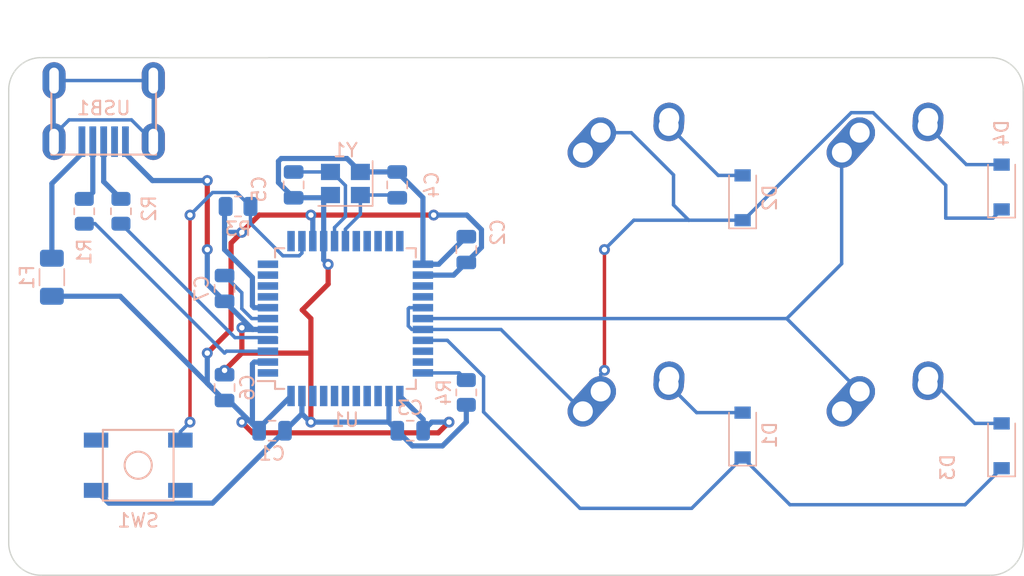
<source format=kicad_pcb>
(kicad_pcb (version 20211014) (generator pcbnew)
  (layers (0 "F.Cu" signal) (31 "B.Cu" signal) (34 "B.Paste" user) (35 "F.Paste" user) (36 "B.SilkS" user "B.Silkscreen") (37 "F.SilkS" user "F.Silkscreen") (38 "B.Mask" user) (39 "F.Mask" user) (44 "Edge.Cuts" user))
  (net 0 "")
  (net 1 "+5V")
  (net 2 "GND")
  (net 3 "Net-(C4-Pad2)")
  (net 4 "Net-(C5-Pad1)")
  (net 5 "Net-(C7-Pad1)")
  (net 6 "COL0")
  (net 7 "ROW1")
  (net 8 "VCC")
  (net 9 "COL1")
  (net 10 "Net-(R1-Pad1)")
  (net 11 "D-")
  (net 12 "Net-(R2-Pad1)")
  (net 13 "D+")
  (net 14 "Net-(R3-Pad2)")
  (net 15 "Net-(R4-Pad1)")
  (net 39 "unconnected-(USB1-Pad6)")
  (net 40 "Net-(D1-Pad2)")
  (net 41 "Net-(D2-Pad2)")
  (net 42 "Net-(D3-Pad2)")
  (net 43 "Net-(D4-Pad2)")
  (footprint "MX_Alps_Hybrid:MX-1U-NoLED" (layer "F.Cu") (at 112.7125 107.15625)
    (fp_text reference "MX4")
    (fp_text value "MX-NoLED")
    (pad "" np_thru_hole circle locked (at -5.08 0 48.0996) (size 1.75 1.75) (drill 1.75) (layers *.Cu *.Mask))
    (pad "" np_thru_hole circle locked (at 5.08 0 48.0996) (size 1.75 1.75) (drill 1.75) (layers *.Cu *.Mask))
    (pad "" np_thru_hole circle locked (at 0 0) (size 3.9878 3.9878) (drill 3.9878) (layers *.Cu *.Mask))
    (pad "1" thru_hole oval locked (at -3.81 -2.54 48.0996) (size 4.211556 2.25) (drill 1.47 (offset 0.980778 0)) (layers *.Cu "B.Mask") (net 9 "COL1"))
    (pad "1" thru_hole circle locked (at -2.5 -4) (size 2.25 2.25) (drill 1.47) (layers *.Cu "B.Mask") (net 9 "COL1"))
    (pad "2" thru_hole circle locked (at 2.54 -5.08) (size 2.25 2.25) (drill 1.47) (layers *.Cu "B.Mask") (net 43 "Net-(D4-Pad2)"))
    (pad "2" thru_hole oval locked (at 2.5 -4.5 86.0548) (size 2.831378 2.25) (drill 1.47 (offset 0.290689 0)) (layers *.Cu "B.Mask") (net 43 "Net-(D4-Pad2)"))
  )
  (footprint "MX_Alps_Hybrid:MX-1U-NoLED" (layer "F.Cu") (at 93.6625 107.15625)
    (fp_text reference "MX2")
    (fp_text value "MX-NoLED")
    (pad "" np_thru_hole circle locked (at -5.08 0 48.0996) (size 1.75 1.75) (drill 1.75) (layers *.Cu *.Mask))
    (pad "" np_thru_hole circle locked (at 5.08 0 48.0996) (size 1.75 1.75) (drill 1.75) (layers *.Cu *.Mask))
    (pad "" np_thru_hole circle locked (at 0 0) (size 3.9878 3.9878) (drill 3.9878) (layers *.Cu *.Mask))
    (pad "1" thru_hole circle locked (at -2.5 -4) (size 2.25 2.25) (drill 1.47) (layers *.Cu "B.Mask") (net 6 "COL0"))
    (pad "1" thru_hole oval locked (at -3.81 -2.54 48.0996) (size 4.211556 2.25) (drill 1.47 (offset 0.980778 0)) (layers *.Cu "B.Mask") (net 6 "COL0"))
    (pad "2" thru_hole oval locked (at 2.5 -4.5 86.0548) (size 2.831378 2.25) (drill 1.47 (offset 0.290689 0)) (layers *.Cu "B.Mask") (net 41 "Net-(D2-Pad2)"))
    (pad "2" thru_hole circle locked (at 2.54 -5.08) (size 2.25 2.25) (drill 1.47) (layers *.Cu "B.Mask") (net 41 "Net-(D2-Pad2)"))
  )
  (footprint "MX_Alps_Hybrid:MX-1U-NoLED" (layer "F.Cu") (at 93.6625 126.20625)
    (fp_text reference "MX1")
    (fp_text value "MX-NoLED")
    (pad "" np_thru_hole circle locked (at 5.08 0 48.0996) (size 1.75 1.75) (drill 1.75) (layers *.Cu *.Mask))
    (pad "" np_thru_hole circle locked (at -5.08 0 48.0996) (size 1.75 1.75) (drill 1.75) (layers *.Cu *.Mask))
    (pad "" np_thru_hole circle locked (at 0 0) (size 3.9878 3.9878) (drill 3.9878) (layers *.Cu *.Mask))
    (pad "1" thru_hole circle locked (at -2.5 -4) (size 2.25 2.25) (drill 1.47) (layers *.Cu "B.Mask") (net 6 "COL0"))
    (pad "1" thru_hole oval locked (at -3.81 -2.54 48.0996) (size 4.211556 2.25) (drill 1.47 (offset 0.980778 0)) (layers *.Cu "B.Mask") (net 6 "COL0"))
    (pad "2" thru_hole circle locked (at 2.54 -5.08) (size 2.25 2.25) (drill 1.47) (layers *.Cu "B.Mask") (net 40 "Net-(D1-Pad2)"))
    (pad "2" thru_hole oval locked (at 2.5 -4.5 86.0548) (size 2.831378 2.25) (drill 1.47 (offset 0.290689 0)) (layers *.Cu "B.Mask") (net 40 "Net-(D1-Pad2)"))
  )
  (footprint "MX_Alps_Hybrid:MX-1U-NoLED" (layer "F.Cu") (at 112.7125 126.20625)
    (fp_text reference "MX3")
    (fp_text value "MX-NoLED")
    (pad "" np_thru_hole circle locked (at 5.08 0 48.0996) (size 1.75 1.75) (drill 1.75) (layers *.Cu *.Mask))
    (pad "" np_thru_hole circle locked (at -5.08 0 48.0996) (size 1.75 1.75) (drill 1.75) (layers *.Cu *.Mask))
    (pad "" np_thru_hole circle locked (at 0 0) (size 3.9878 3.9878) (drill 3.9878) (layers *.Cu *.Mask))
    (pad "1" thru_hole circle locked (at -2.5 -4) (size 2.25 2.25) (drill 1.47) (layers *.Cu "B.Mask") (net 9 "COL1"))
    (pad "1" thru_hole oval locked (at -3.81 -2.54 48.0996) (size 4.211556 2.25) (drill 1.47 (offset 0.980778 0)) (layers *.Cu "B.Mask") (net 9 "COL1"))
    (pad "2" thru_hole oval locked (at 2.5 -4.5 86.0548) (size 2.831378 2.25) (drill 1.47 (offset 0.290689 0)) (layers *.Cu "B.Mask") (net 42 "Net-(D3-Pad2)"))
    (pad "2" thru_hole circle locked (at 2.54 -5.08) (size 2.25 2.25) (drill 1.47) (layers *.Cu "B.Mask") (net 42 "Net-(D3-Pad2)"))
  )
  (footprint "Capacitor_SMD:C_0805_2012Metric" (layer "B.Cu") (at 76.2 107 -90)
    (fp_text reference "C4" (at 0 -2.54 90) (layer "B.SilkS") (effects (justify mirror)))
    (fp_text value "22pF")
    (fp_line (start -0.261252 0.735) (end 0.261252 0.735) (layer "B.SilkS") (width 0.12))
    (fp_line (start -0.261252 -0.735) (end 0.261252 -0.735) (layer "B.SilkS") (width 0.12))
    (pad "1" smd roundrect (at -0.95 0 270) (size 1 1.45) (layers "B.Cu" "B.Paste" "B.Mask") (net 2 "GND"))
    (pad "2" smd roundrect (at 0.95 0 270) (size 1 1.45) (layers "B.Cu" "B.Paste" "B.Mask") (net 3 "Net-(C4-Pad2)"))
  )
  (footprint "Fuse:Fuse_1206_3216Metric" (layer "B.Cu") (at 50.8 113.795 -90)
    (fp_text reference "F1" (at 0 1.82 90) (layer "B.SilkS") (effects (justify mirror)))
    (fp_text value "500mA")
    (fp_line (start -0.602064 0.91) (end 0.602064 0.91) (layer "B.SilkS") (width 0.12))
    (fp_line (start -0.602064 -0.91) (end 0.602064 -0.91) (layer "B.SilkS") (width 0.12))
    (pad "1" smd roundrect (at -1.4 0 270) (size 1.25 1.75) (layers "B.Cu" "B.Paste" "B.Mask") (roundrect_rratio 0.2) (net 8 "VCC"))
    (pad "2" smd roundrect (at 1.4 0 270) (size 1.25 1.75) (layers "B.Cu" "B.Paste" "B.Mask") (roundrect_rratio 0.2) (net 1 "+5V"))
  )
  (footprint "Resistor_SMD:R_0805_2012Metric" (layer "B.Cu") (at 53.18125 108.9425 90)
    (fp_text reference "R1" (at -2.97625 0 90) (layer "B.SilkS") (effects (justify mirror)))
    (fp_text value "22")
    (fp_line (start -0.227064 0.735) (end 0.227064 0.735) (layer "B.SilkS") (width 0.12))
    (fp_line (start -0.227064 -0.735) (end 0.227064 -0.735) (layer "B.SilkS") (width 0.12))
    (pad "1" smd roundrect (at -0.9125 0 90) (size 1.025 1.4) (layers "B.Cu" "B.Paste" "B.Mask") (roundrect_rratio 0.243902) (net 10 "Net-(R1-Pad1)"))
    (pad "2" smd roundrect (at 0.9125 0 90) (size 1.025 1.4) (layers "B.Cu" "B.Paste" "B.Mask") (roundrect_rratio 0.243902) (net 11 "D-"))
  )
  (footprint "Resistor_SMD:R_0805_2012Metric" (layer "B.Cu") (at 55.88 108.9425 90)
    (fp_text reference "R2" (at 0.19875 2.06375 90) (layer "B.SilkS") (effects (justify mirror)))
    (fp_text value "22")
    (fp_line (start -0.227064 0.735) (end 0.227064 0.735) (layer "B.SilkS") (width 0.12))
    (fp_line (start -0.227064 -0.735) (end 0.227064 -0.735) (layer "B.SilkS") (width 0.12))
    (pad "1" smd roundrect (at -0.9125 0 90) (size 1.025 1.4) (layers "B.Cu" "B.Paste" "B.Mask") (roundrect_rratio 0.243902) (net 12 "Net-(R2-Pad1)"))
    (pad "2" smd roundrect (at 0.9125 0 90) (size 1.025 1.4) (layers "B.Cu" "B.Paste" "B.Mask") (roundrect_rratio 0.243902) (net 13 "D+"))
  )
  (footprint "Diode_SMD:D_SOD-123" (layer "B.Cu") (at 101.6 125.4125 90)
    (fp_text reference "D1" (at 0 2 90) (layer "B.SilkS") (effects (justify mirror)))
    (fp_text value "SOD-123")
    (fp_line (start -2.25 1) (end -2.25 -1) (layer "B.SilkS") (width 0.12))
    (fp_line (start -2.25 -1) (end 1.65 -1) (layer "B.SilkS") (width 0.12))
    (fp_line (start -2.25 1) (end 1.65 1) (layer "B.SilkS") (width 0.12))
    (pad "1" smd rect (at -1.65 0 90) (size 0.9 1.2) (layers "B.Cu" "B.Paste" "B.Mask") (net 7 "ROW1"))
    (pad "2" smd rect (at 1.65 0 90) (size 0.9 1.2) (layers "B.Cu" "B.Paste" "B.Mask") (net 40 "Net-(D1-Pad2)"))
  )
  (footprint "Resistor_SMD:R_0805_2012Metric" (layer "B.Cu") (at 81.28 122.2775 -90)
    (fp_text reference "R4" (at 0 1.65 90) (layer "B.SilkS") (effects (justify mirror)))
    (fp_text value "10k")
    (fp_line (start -0.227064 -0.735) (end 0.227064 -0.735) (layer "B.SilkS") (width 0.12))
    (fp_line (start -0.227064 0.735) (end 0.227064 0.735) (layer "B.SilkS") (width 0.12))
    (pad "1" smd roundrect (at -0.9125 0 270) (size 1.025 1.4) (layers "B.Cu" "B.Paste" "B.Mask") (roundrect_rratio 0.243902) (net 15 "Net-(R4-Pad1)"))
    (pad "2" smd roundrect (at 0.9125 0 270) (size 1.025 1.4) (layers "B.Cu" "B.Paste" "B.Mask") (roundrect_rratio 0.243902) (net 2 "GND"))
  )
  (footprint "Diode_SMD:D_SOD-123" (layer "B.Cu") (at 120.65 107.15625 90)
    (fp_text reference "D4" (at 3.96875 0 90) (layer "B.SilkS") (effects (justify mirror)))
    (fp_text value "SOD-123")
    (fp_line (start -2.25 1) (end 1.65 1) (layer "B.SilkS") (width 0.12))
    (fp_line (start -2.25 -1) (end 1.65 -1) (layer "B.SilkS") (width 0.12))
    (fp_line (start -2.25 1) (end -2.25 -1) (layer "B.SilkS") (width 0.12))
    (pad "1" smd rect (at -1.65 0 90) (size 0.9 1.2) (layers "B.Cu" "B.Paste" "B.Mask") (net 6 "COL0"))
    (pad "2" smd rect (at 1.65 0 90) (size 0.9 1.2) (layers "B.Cu" "B.Paste" "B.Mask") (net 43 "Net-(D4-Pad2)"))
  )
  (footprint "random-keyboard-parts:SKQG-1155865" (layer "B.Cu") (at 57.15 127.635 180)
    (fp_text reference "SW1" (at 0 -4.064) (layer "B.SilkS") (effects (justify mirror)))
    (fp_text value "SW_Push")
    (fp_line (start 2.6 -2.6) (end -2.6 -2.6) (layer "B.SilkS") (width 0.15))
    (fp_line (start -2.6 -2.6) (end -2.6 2.6) (layer "B.SilkS") (width 0.15))
    (fp_line (start 2.6 2.6) (end 2.6 -2.6) (layer "B.SilkS") (width 0.15))
    (fp_line (start -2.6 2.6) (end 2.6 2.6) (layer "B.SilkS") (width 0.15))
    (fp_circle (center 0 0) (end 1 0) (layer "B.SilkS") (width 0.15) (fill none))
    (pad "1" smd rect locked (at 3.1 -1.85 180) (size 1.8 1.1) (layers "B.Cu" "B.Paste" "B.Mask") (net 2 "GND"))
    (pad "2" smd rect locked (at -3.1 1.85 180) (size 1.8 1.1) (layers "B.Cu" "B.Paste" "B.Mask") (net 14 "Net-(R3-Pad2)"))
    (pad "3" smd rect locked (at 3.1 1.85 180) (size 1.8 1.1) (layers "B.Cu" "B.Paste" "B.Mask"))
    (pad "4" smd rect locked (at -3.1 -1.85 180) (size 1.8 1.1) (layers "B.Cu" "B.Paste" "B.Mask"))
  )
  (footprint "Diode_SMD:D_SOD-123" (layer "B.Cu") (at 101.6 107.95 90)
    (fp_text reference "D2" (at 0 2 90) (layer "B.SilkS") (effects (justify mirror)))
    (fp_text value "SOD-123")
    (fp_line (start -2.25 1) (end 1.65 1) (layer "B.SilkS") (width 0.12))
    (fp_line (start -2.25 1) (end -2.25 -1) (layer "B.SilkS") (width 0.12))
    (fp_line (start -2.25 -1) (end 1.65 -1) (layer "B.SilkS") (width 0.12))
    (pad "1" smd rect (at -1.65 0 90) (size 0.9 1.2) (layers "B.Cu" "B.Paste" "B.Mask") (net 6 "COL0"))
    (pad "2" smd rect (at 1.65 0 90) (size 0.9 1.2) (layers "B.Cu" "B.Paste" "B.Mask") (net 41 "Net-(D2-Pad2)"))
  )
  (footprint "Capacitor_SMD:C_0805_2012Metric" (layer "B.Cu") (at 81.28 111.76 90)
    (fp_text reference "C2" (at 1.27 2.315 90) (layer "B.SilkS") (effects (justify mirror)))
    (fp_text value ".01uF")
    (fp_line (start -0.261252 -0.735) (end 0.261252 -0.735) (layer "B.SilkS") (width 0.12))
    (fp_line (start -0.261252 0.735) (end 0.261252 0.735) (layer "B.SilkS") (width 0.12))
    (pad "1" smd roundrect (at -0.95 0 90) (size 1 1.45) (layers "B.Cu" "B.Paste" "B.Mask") (net 1 "+5V"))
    (pad "2" smd roundrect (at 0.95 0 90) (size 1 1.45) (layers "B.Cu" "B.Paste" "B.Mask") (net 2 "GND"))
  )
  (footprint "Capacitor_SMD:C_0805_2012Metric" (layer "B.Cu") (at 66.995 125.095)
    (fp_text reference "C1" (at 0 1.68) (layer "B.SilkS") (effects (justify mirror)))
    (fp_text value ".01uF")
    (fp_line (start -0.261252 0.735) (end 0.261252 0.735) (layer "B.SilkS") (width 0.12))
    (fp_line (start -0.261252 -0.735) (end 0.261252 -0.735) (layer "B.SilkS") (width 0.12))
    (pad "1" smd roundrect (at -0.95 0) (size 1 1.45) (layers "B.Cu" "B.Paste" "B.Mask") (net 1 "+5V"))
    (pad "2" smd roundrect (at 0.95 0) (size 1 1.45) (layers "B.Cu" "B.Paste" "B.Mask") (net 2 "GND"))
  )
  (footprint "random-keyboard-parts:Molex-0548190589" (layer "B.Cu") (at 54.61 99.3175 -90)
    (fp_text reference "USB1" (at 2.032 0) (layer "B.SilkS") (effects (justify mirror)))
    (fp_text value "Molex-0548190589")
    (fp_line (start 5.45 3.85) (end 5.45 -3.85) (layer "B.SilkS") (width 0.15))
    (fp_line (start 0 -3.85) (end 5.45 -3.85) (layer "B.SilkS") (width 0.15))
    (fp_line (start 0 3.85) (end 5.45 3.85) (layer "B.SilkS") (width 0.15))
    (pad "1" smd rect locked (at 4.5 -1.6 270) (size 2.25 0.5) (layers "B.Cu" "B.Paste" "B.Mask") (net 2 "GND"))
    (pad "2" smd rect locked (at 4.5 -0.8 270) (size 2.25 0.5) (layers "B.Cu" "B.Paste" "B.Mask"))
    (pad "3" smd rect locked (at 4.5 0 270) (size 2.25 0.5) (layers "B.Cu" "B.Paste" "B.Mask") (net 13 "D+"))
    (pad "4" smd rect locked (at 4.5 0.8 270) (size 2.25 0.5) (layers "B.Cu" "B.Paste" "B.Mask") (net 11 "D-"))
    (pad "5" smd rect locked (at 4.5 1.6 270) (size 2.25 0.5) (layers "B.Cu" "B.Paste" "B.Mask") (net 8 "VCC"))
    (pad "6" thru_hole oval locked (at 0 3.65 270) (size 2.7 1.7) (drill oval 1.9 0.7) (layers *.Cu *.Mask) (net 39 "unconnected-(USB1-Pad6)"))
    (pad "6" thru_hole oval locked (at 4.5 -3.65 270) (size 2.7 1.7) (drill oval 1.9 0.7) (layers *.Cu *.Mask) (net 39 "unconnected-(USB1-Pad6)"))
    (pad "6" thru_hole oval locked (at 0 -3.65 270) (size 2.7 1.7) (drill oval 1.9 0.7) (layers *.Cu *.Mask) (net 39 "unconnected-(USB1-Pad6)"))
    (pad "6" thru_hole oval locked (at 4.5 3.65 270) (size 2.7 1.7) (drill oval 1.9 0.7) (layers *.Cu *.Mask) (net 39 "unconnected-(USB1-Pad6)"))
  )
  (footprint "Capacitor_SMD:C_0805_2012Metric" (layer "B.Cu") (at 63.5 121.92 90)
    (fp_text reference "C6" (at 0 1.68 90) (layer "B.SilkS") (effects (justify mirror)))
    (fp_text value "10uF")
    (fp_line (start -0.261252 0.735) (end 0.261252 0.735) (layer "B.SilkS") (width 0.12))
    (fp_line (start -0.261252 -0.735) (end 0.261252 -0.735) (layer "B.SilkS") (width 0.12))
    (pad "1" smd roundrect (at -0.95 0 90) (size 1 1.45) (layers "B.Cu" "B.Paste" "B.Mask") (net 1 "+5V"))
    (pad "2" smd roundrect (at 0.95 0 90) (size 1 1.45) (layers "B.Cu" "B.Paste" "B.Mask") (net 2 "GND"))
  )
  (footprint "Capacitor_SMD:C_0805_2012Metric" (layer "B.Cu") (at 68.58 107 -90)
    (fp_text reference "C5" (at 0.315 2.54 90) (layer "B.SilkS") (effects (justify mirror)))
    (fp_text value "22pF")
    (fp_line (start -0.261252 0.735) (end 0.261252 0.735) (layer "B.SilkS") (width 0.12))
    (fp_line (start -0.261252 -0.735) (end 0.261252 -0.735) (layer "B.SilkS") (width 0.12))
    (pad "1" smd roundrect (at -0.95 0 270) (size 1 1.45) (layers "B.Cu" "B.Paste" "B.Mask") (net 4 "Net-(C5-Pad1)"))
    (pad "2" smd roundrect (at 0.95 0 270) (size 1 1.45) (layers "B.Cu" "B.Paste" "B.Mask") (net 2 "GND"))
  )
  (footprint "Diode_SMD:D_SOD-123" (layer "B.Cu") (at 120.65 126.20625 90)
    (fp_text reference "D3" (at -1.5875 -3.96875 90) (layer "B.SilkS") (effects (justify mirror)))
    (fp_text value "SOD-123")
    (fp_line (start -2.25 1) (end -2.25 -1) (layer "B.SilkS") (width 0.12))
    (fp_line (start -2.25 -1) (end 1.65 -1) (layer "B.SilkS") (width 0.12))
    (fp_line (start -2.25 1) (end 1.65 1) (layer "B.SilkS") (width 0.12))
    (pad "1" smd rect (at -1.65 0 90) (size 0.9 1.2) (layers "B.Cu" "B.Paste" "B.Mask") (net 7 "ROW1"))
    (pad "2" smd rect (at 1.65 0 90) (size 0.9 1.2) (layers "B.Cu" "B.Paste" "B.Mask") (net 42 "Net-(D3-Pad2)"))
  )
  (footprint "Crystal:Crystal_SMD_3225-4Pin_3.2x2.5mm" (layer "B.Cu") (at 72.39 106.895 180)
    (fp_text reference "Y1" (at 0 2.45) (layer "B.SilkS") (effects (justify mirror)))
    (fp_text value "16MHz")
    (fp_line (start -2 -1.65) (end 2 -1.65) (layer "B.SilkS") (width 0.12))
    (fp_line (start -2 1.65) (end -2 -1.65) (layer "B.SilkS") (width 0.12))
    (pad "1" smd rect (at -1.1 -0.85 180) (size 1.4 1.2) (layers "B.Cu" "B.Paste" "B.Mask") (net 3 "Net-(C4-Pad2)"))
    (pad "2" smd rect (at 1.1 -0.85 180) (size 1.4 1.2) (layers "B.Cu" "B.Paste" "B.Mask") (net 2 "GND"))
    (pad "3" smd rect (at 1.1 0.85 180) (size 1.4 1.2) (layers "B.Cu" "B.Paste" "B.Mask") (net 4 "Net-(C5-Pad1)"))
    (pad "4" smd rect (at -1.1 0.85 180) (size 1.4 1.2) (layers "B.Cu" "B.Paste" "B.Mask") (net 2 "GND"))
  )
  (footprint "Capacitor_SMD:C_0805_2012Metric" (layer "B.Cu") (at 77.155 125.095 180)
    (fp_text reference "C3" (at 0 1.68) (layer "B.SilkS") (effects (justify mirror)))
    (fp_text value ".01uF")
    (fp_line (start -0.261252 -0.735) (end 0.261252 -0.735) (layer "B.SilkS") (width 0.12))
    (fp_line (start -0.261252 0.735) (end 0.261252 0.735) (layer "B.SilkS") (width 0.12))
    (pad "1" smd roundrect (at -0.95 0 180) (size 1 1.45) (layers "B.Cu" "B.Paste" "B.Mask") (net 1 "+5V"))
    (pad "2" smd roundrect (at 0.95 0 180) (size 1 1.45) (layers "B.Cu" "B.Paste" "B.Mask") (net 2 "GND"))
  )
  (footprint "Resistor_SMD:R_0805_2012Metric" (layer "B.Cu") (at 64.4925 108.585)
    (fp_text reference "R3" (at 0 1.65) (layer "B.SilkS") (effects (justify mirror)))
    (fp_text value "10k")
    (fp_line (start -0.227064 0.735) (end 0.227064 0.735) (layer "B.SilkS") (width 0.12))
    (fp_line (start -0.227064 -0.735) (end 0.227064 -0.735) (layer "B.SilkS") (width 0.12))
    (pad "1" smd roundrect (at -0.9125 0) (size 1.025 1.4) (layers "B.Cu" "B.Paste" "B.Mask") (roundrect_rratio 0.243902) (net 1 "+5V"))
    (pad "2" smd roundrect (at 0.9125 0) (size 1.025 1.4) (layers "B.Cu" "B.Paste" "B.Mask") (roundrect_rratio 0.243902) (net 14 "Net-(R3-Pad2)"))
  )
  (footprint "Capacitor_SMD:C_0805_2012Metric" (layer "B.Cu") (at 63.5 114.62 -90)
    (fp_text reference "C7" (at 0 1.68 90) (layer "B.SilkS") (effects (justify mirror)))
    (fp_text value "1uF")
    (fp_line (start -0.261252 0.735) (end 0.261252 0.735) (layer "B.SilkS") (width 0.12))
    (fp_line (start -0.261252 -0.735) (end 0.261252 -0.735) (layer "B.SilkS") (width 0.12))
    (pad "1" smd roundrect (at -0.95 0 270) (size 1 1.45) (layers "B.Cu" "B.Paste" "B.Mask") (net 5 "Net-(C7-Pad1)"))
    (pad "2" smd roundrect (at 0.95 0 270) (size 1 1.45) (layers "B.Cu" "B.Paste" "B.Mask") (net 2 "GND"))
  )
  (footprint "Package_QFP:TQFP-44_10x10mm_P0.8mm" (layer "B.Cu") (at 72.39 116.84)
    (fp_text reference "U1" (at 0 7.45) (layer "B.SilkS") (effects (justify mirror)))
    (fp_text value "ATmega32U4-A")
    (fp_line (start 5.175 -5.175) (end 4.5 -5.175) (layer "B.SilkS") (width 0.15))
    (fp_line (start -5.175 5.175) (end -4.5 5.175) (layer "B.SilkS") (width 0.15))
    (fp_line (start -5.175 -5.175) (end -5.175 -4.5) (layer "B.SilkS") (width 0.15))
    (fp_line (start 5.175 -5.175) (end 5.175 -4.5) (layer "B.SilkS") (width 0.15))
    (fp_line (start 5.175 5.175) (end 4.5 5.175) (layer "B.SilkS") (width 0.15))
    (fp_line (start 5.175 5.175) (end 5.175 4.5) (layer "B.SilkS") (width 0.15))
    (fp_line (start -5.175 -5.175) (end -4.5 -5.175) (layer "B.SilkS") (width 0.15))
    (fp_line (start -5.175 5.175) (end -5.175 4.6) (layer "B.SilkS") (width 0.15))
    (fp_line (start -5.175 4.6) (end -6.45 4.6) (layer "B.SilkS") (width 0.15))
    (pad "1" smd rect (at -5.7 4) (size 1.5 0.55) (layers "B.Cu" "B.Paste" "B.Mask"))
    (pad "2" smd rect (at -5.7 3.2) (size 1.5 0.55) (layers "B.Cu" "B.Paste" "B.Mask") (net 1 "+5V"))
    (pad "3" smd rect (at -5.7 2.4) (size 1.5 0.55) (layers "B.Cu" "B.Paste" "B.Mask") (net 10 "Net-(R1-Pad1)"))
    (pad "4" smd rect (at -5.7 1.6) (size 1.5 0.55) (layers "B.Cu" "B.Paste" "B.Mask") (net 12 "Net-(R2-Pad1)"))
    (pad "5" smd rect (at -5.7 0.8) (size 1.5 0.55) (layers "B.Cu" "B.Paste" "B.Mask") (net 2 "GND"))
    (pad "6" smd rect (at -5.7 0) (size 1.5 0.55) (layers "B.Cu" "B.Paste" "B.Mask") (net 5 "Net-(C7-Pad1)"))
    (pad "7" smd rect (at -5.7 -0.8) (size 1.5 0.55) (layers "B.Cu" "B.Paste" "B.Mask") (net 1 "+5V"))
    (pad "8" smd rect (at -5.7 -1.6) (size 1.5 0.55) (layers "B.Cu" "B.Paste" "B.Mask"))
    (pad "9" smd rect (at -5.7 -2.4) (size 1.5 0.55) (layers "B.Cu" "B.Paste" "B.Mask"))
    (pad "10" smd rect (at -5.7 -3.2) (size 1.5 0.55) (layers "B.Cu" "B.Paste" "B.Mask"))
    (pad "11" smd rect (at -5.7 -4) (size 1.5 0.55) (layers "B.Cu" "B.Paste" "B.Mask"))
    (pad "12" smd rect (at -4 -5.7 270) (size 1.5 0.55) (layers "B.Cu" "B.Paste" "B.Mask"))
    (pad "13" smd rect (at -3.2 -5.7 270) (size 1.5 0.55) (layers "B.Cu" "B.Paste" "B.Mask") (net 14 "Net-(R3-Pad2)"))
    (pad "14" smd rect (at -2.4 -5.7 270) (size 1.5 0.55) (layers "B.Cu" "B.Paste" "B.Mask") (net 1 "+5V"))
    (pad "15" smd rect (at -1.6 -5.7 270) (size 1.5 0.55) (layers "B.Cu" "B.Paste" "B.Mask") (net 2 "GND"))
    (pad "16" smd rect (at -0.8 -5.7 270) (size 1.5 0.55) (layers "B.Cu" "B.Paste" "B.Mask") (net 4 "Net-(C5-Pad1)"))
    (pad "17" smd rect (at 0 -5.7 270) (size 1.5 0.55) (layers "B.Cu" "B.Paste" "B.Mask") (net 3 "Net-(C4-Pad2)"))
    (pad "18" smd rect (at 0.8 -5.7 270) (size 1.5 0.55) (layers "B.Cu" "B.Paste" "B.Mask"))
    (pad "19" smd rect (at 1.6 -5.7 270) (size 1.5 0.55) (layers "B.Cu" "B.Paste" "B.Mask"))
    (pad "20" smd rect (at 2.4 -5.7 270) (size 1.5 0.55) (layers "B.Cu" "B.Paste" "B.Mask"))
    (pad "21" smd rect (at 3.2 -5.7 270) (size 1.5 0.55) (layers "B.Cu" "B.Paste" "B.Mask"))
    (pad "22" smd rect (at 4 -5.7 270) (size 1.5 0.55) (layers "B.Cu" "B.Paste" "B.Mask"))
    (pad "23" smd rect (at 5.7 -4) (size 1.5 0.55) (layers "B.Cu" "B.Paste" "B.Mask") (net 2 "GND"))
    (pad "24" smd rect (at 5.7 -3.2) (size 1.5 0.55) (layers "B.Cu" "B.Paste" "B.Mask") (net 1 "+5V"))
    (pad "25" smd rect (at 5.7 -2.4) (size 1.5 0.55) (layers "B.Cu" "B.Paste" "B.Mask"))
    (pad "26" smd rect (at 5.7 -1.6) (size 1.5 0.55) (layers "B.Cu" "B.Paste" "B.Mask"))
    (pad "27" smd rect (at 5.7 -0.8) (size 1.5 0.55) (layers "B.Cu" "B.Paste" "B.Mask") (net 6 "COL0"))
    (pad "28" smd rect (at 5.7 0) (size 1.5 0.55) (layers "B.Cu" "B.Paste" "B.Mask") (net 9 "COL1"))
    (pad "29" smd rect (at 5.7 0.8) (size 1.5 0.55) (layers "B.Cu" "B.Paste" "B.Mask") (net 6 "COL0"))
    (pad "30" smd rect (at 5.7 1.6) (size 1.5 0.55) (layers "B.Cu" "B.Paste" "B.Mask") (net 7 "ROW1"))
    (pad "31" smd rect (at 5.7 2.4) (size 1.5 0.55) (layers "B.Cu" "B.Paste" "B.Mask"))
    (pad "32" smd rect (at 5.7 3.2) (size 1.5 0.55) (layers "B.Cu" "B.Paste" "B.Mask"))
    (pad "33" smd rect (at 5.7 4) (size 1.5 0.55) (layers "B.Cu" "B.Paste" "B.Mask") (net 15 "Net-(R4-Pad1)"))
    (pad "34" smd rect (at 4 5.7 270) (size 1.5 0.55) (layers "B.Cu" "B.Paste" "B.Mask") (net 1 "+5V"))
    (pad "35" smd rect (at 3.2 5.7 270) (size 1.5 0.55) (layers "B.Cu" "B.Paste" "B.Mask") (net 2 "GND"))
    (pad "36" smd rect (at 2.4 5.7 270) (size 1.5 0.55) (layers "B.Cu" "B.Paste" "B.Mask"))
    (pad "37" smd rect (at 1.6 5.7 270) (size 1.5 0.55) (layers "B.Cu" "B.Paste" "B.Mask"))
    (pad "38" smd rect (at 0.8 5.7 270) (size 1.5 0.55) (layers "B.Cu" "B.Paste" "B.Mask"))
    (pad "39" smd rect (at 0 5.7 270) (size 1.5 0.55) (layers "B.Cu" "B.Paste" "B.Mask"))
    (pad "40" smd rect (at -0.8 5.7 270) (size 1.5 0.55) (layers "B.Cu" "B.Paste" "B.Mask"))
    (pad "41" smd rect (at -1.6 5.7 270) (size 1.5 0.55) (layers "B.Cu" "B.Paste" "B.Mask"))
    (pad "42" smd rect (at -2.4 5.7 270) (size 1.5 0.55) (layers "B.Cu" "B.Paste" "B.Mask"))
    (pad "43" smd rect (at -3.2 5.7 270) (size 1.5 0.55) (layers "B.Cu" "B.Paste" "B.Mask") (net 2 "GND"))
    (pad "44" smd rect (at -4 5.7 270) (size 1.5 0.55) (layers "B.Cu" "B.Paste" "B.Mask") (net 1 "+5V"))
  )
  (gr_line (start 119.85625 97.63125) (end 58.7375 97.63125) (layer "Edge.Cuts") (width 0.1))
  (gr_line (start 66.675 97.63125) (end 50.00625 97.63125) (layer "Edge.Cuts") (width 0.1))
  (gr_arc (start 122.2375 133.35) (mid 121.540048 135.033798) (end 119.85625 135.73125) (layer "Edge.Cuts") (width 0.1))
  (gr_arc (start 50.00625 135.73125) (mid 48.322452 135.033798) (end 47.625 133.35) (layer "Edge.Cuts") (width 0.1))
  (gr_line (start 47.625 133.35) (end 47.625 100.0125) (layer "Edge.Cuts") (width 0.1))
  (gr_arc (start 47.625 100.0125) (mid 48.322452 98.328702) (end 50.00625 97.63125) (layer "Edge.Cuts") (width 0.1))
  (gr_line (start 122.2375 100.0125) (end 122.2375 133.35) (layer "Edge.Cuts") (width 0.1))
  (gr_arc (start 119.85625 97.63125) (mid 121.540048 98.328702) (end 122.2375 100.0125) (layer "Edge.Cuts") (width 0.1))
  (gr_line (start 119.85625 135.73125) (end 50.00625 135.73125) (layer "Edge.Cuts") (width 0.1))
  (segment (start 69.85 109.22) (end 66.04 109.22) (width 0.381) (layer "F.Cu") (net 1))
  (segment (start 63.9795 111.2805) (end 63.9795 117.6305) (width 0.381) (layer "F.Cu") (net 1))
  (segment (start 66.04 109.22) (end 64.77 110.49) (width 0.381) (layer "F.Cu") (net 1))
  (segment (start 79.2195 125.2505) (end 80.01 124.46) (width 0.381) (layer "F.Cu") (net 1))
  (segment (start 78.88 109.22) (end 69.85 109.22) (width 0.381) (layer "F.Cu") (net 1))
  (segment (start 64.77 110.49) (end 63.9795 111.2805) (width 0.381) (layer "F.Cu") (net 1))
  (segment (start 65.5605 125.2505) (end 79.2195 125.2505) (width 0.381) (layer "F.Cu") (net 1))
  (segment (start 63.9795 117.6305) (end 62.23 119.38) (width 0.381) (layer "F.Cu") (net 1))
  (segment (start 64.77 124.46) (end 65.5605 125.2505) (width 0.381) (layer "F.Cu") (net 1))
  (via (at 69.85 109.22) (size 0.8) (drill 0.4) (layers "F.Cu" "B.Cu") (net 1))
  (via (at 80.01 124.46) (size 0.8) (drill 0.4) (layers "F.Cu" "B.Cu") (net 1))
  (via (at 78.88 109.22) (size 0.8) (drill 0.4) (layers "F.Cu" "B.Cu") (net 1))
  (via (at 62.23 119.38) (size 0.8) (drill 0.4) (layers "F.Cu" "B.Cu") (net 1))
  (via (at 64.77 110.49) (size 0.8) (drill 0.4) (layers "F.Cu" "B.Cu") (net 1))
  (via (at 64.77 124.46) (size 0.8) (drill 0.4) (layers "F.Cu" "B.Cu") (net 1))
  (segment (start 50.8 115.195) (end 55.825 115.195) (width 0.381) (layer "B.Cu") (net 1))
  (segment (start 80.01 124.46) (end 78.74 124.46) (width 0.381) (layer "B.Cu") (net 1))
  (segment (start 65.684 120.04) (end 65.5495 120.1745) (width 0.381) (layer "B.Cu") (net 1))
  (segment (start 63.5 122.87) (end 63.82 122.87) (width 0.381) (layer "B.Cu") (net 1))
  (segment (start 78.105 124.255) (end 76.39 122.54) (width 0.381) (layer "B.Cu") (net 1))
  (segment (start 80.35 113.64) (end 78.09 113.64) (width 0.381) (layer "B.Cu") (net 1))
  (segment (start 62.23 121.6) (end 62.39 121.76) (width 0.381) (layer "B.Cu") (net 1))
  (segment (start 82.3955 111.5945) (end 82.3955 110.294696) (width 0.381) (layer "B.Cu") (net 1))
  (segment (start 63.82 122.87) (end 65.09 124.14) (width 0.381) (layer "B.Cu") (net 1))
  (segment (start 65.5495 115.9055) (end 65.684 116.04) (width 0.381) (layer "B.Cu") (net 1))
  (segment (start 81.28 112.71) (end 80.35 113.64) (width 0.381) (layer "B.Cu") (net 1))
  (segment (start 66.045 125.095) (end 66.045 124.885) (width 0.381) (layer "B.Cu") (net 1))
  (segment (start 65.5495 124.5995) (end 66.045 125.095) (width 0.381) (layer "B.Cu") (net 1))
  (segment (start 62.39 121.76) (end 63.5 122.87) (width 0.381) (layer "B.Cu") (net 1))
  (segment (start 63.5 111.765) (end 65.5495 113.8145) (width 0.381) (layer "B.Cu") (net 1))
  (segment (start 63.5 110.49) (end 63.5 108.665) (width 0.381) (layer "B.Cu") (net 1))
  (segment (start 66.69 120.04) (end 65.684 120.04) (width 0.381) (layer "B.Cu") (net 1))
  (segment (start 81.320804 109.22) (end 78.88 109.22) (width 0.381) (layer "B.Cu") (net 1))
  (segment (start 82.3955 110.294696) (end 81.320804 109.22) (width 0.381) (layer "B.Cu") (net 1))
  (segment (start 55.825 115.195) (end 62.39 121.76) (width 0.381) (layer "B.Cu") (net 1))
  (segment (start 69.85 109.22) (end 69.99 109.36) (width 0.381) (layer "B.Cu") (net 1))
  (segment (start 65.684 116.04) (end 66.69 116.04) (width 0.381) (layer "B.Cu") (net 1))
  (segment (start 65.5495 120.1745) (end 65.5495 124.5995) (width 0.381) (layer "B.Cu") (net 1))
  (segment (start 65.09 124.14) (end 66.045 125.095) (width 0.381) (layer "B.Cu") (net 1))
  (segment (start 64.77 110.49) (end 63.5 110.49) (width 0.381) (layer "B.Cu") (net 1))
  (segment (start 69.99 109.36) (end 69.99 111.14) (width 0.381) (layer "B.Cu") (net 1))
  (segment (start 78.74 124.46) (end 78.105 125.095) (width 0.381) (layer "B.Cu") (net 1))
  (segment (start 62.23 119.38) (end 62.23 121.6) (width 0.381) (layer "B.Cu") (net 1))
  (segment (start 81.28 112.71) (end 82.3955 111.5945) (width 0.381) (layer "B.Cu") (net 1))
  (segment (start 65.09 124.14) (end 64.77 124.46) (width 0.381) (layer "B.Cu") (net 1))
  (segment (start 78.105 125.095) (end 78.105 124.255) (width 0.381) (layer "B.Cu") (net 1))
  (segment (start 63.5 108.665) (end 63.58 108.585) (width 0.381) (layer "B.Cu") (net 1))
  (segment (start 66.045 124.885) (end 68.39 122.54) (width 0.381) (layer "B.Cu") (net 1))
  (segment (start 63.5 111.765) (end 63.5 110.49) (width 0.381) (layer "B.Cu") (net 1))
  (segment (start 65.5495 113.8145) (end 65.5495 115.9055) (width 0.381) (layer "B.Cu") (net 1))
  (segment (start 69.85 116.84) (end 69.85 119.38) (width 0.381) (layer "F.Cu") (net 2))
  (segment (start 69.215 116.205) (end 69.85 116.84) (width 0.381) (layer "F.Cu") (net 2))
  (segment (start 71.12 114.3) (end 69.215 116.205) (width 0.381) (layer "F.Cu") (net 2))
  (segment (start 62.23 106.68) (end 62.23 111.76) (width 0.381) (layer "F.Cu") (net 2))
  (segment (start 64.77 119.38) (end 69.85 119.38) (width 0.381) (layer "F.Cu") (net 2))
  (segment (start 69.85 119.38) (end 69.85 124.46) (width 0.381) (layer "F.Cu") (net 2))
  (segment (start 71.12 112.85) (end 71.12 114.3) (width 0.381) (layer "F.Cu") (net 2))
  (segment (start 64.773464 119.376536) (end 64.773464 117.5155) (width 0.381) (layer "F.Cu") (net 2))
  (segment (start 63.5 120.65) (end 64.77 119.38) (width 0.381) (layer "F.Cu") (net 2))
  (segment (start 64.77 119.38) (end 64.773464 119.376536) (width 0.381) (layer "F.Cu") (net 2))
  (via (at 64.773464 117.5155) (size 0.8) (drill 0.4) (layers "F.Cu" "B.Cu") (net 2))
  (via (at 63.5 120.65) (size 0.8) (drill 0.4) (layers "F.Cu" "B.Cu") (net 2))
  (via (at 62.23 111.76) (size 0.8) (drill 0.4) (layers "F.Cu" "B.Cu") (net 2))
  (via (at 62.23 106.68) (size 0.8) (drill 0.4) (layers "F.Cu" "B.Cu") (net 2))
  (via (at 69.85 124.46) (size 0.8) (drill 0.4) (layers "F.Cu" "B.Cu") (net 2))
  (via (at 71.12 112.85) (size 0.8) (drill 0.4) (layers "F.Cu" "B.Cu") (net 2))
  (segment (start 71.09 107.945) (end 71.29 107.745) (width 0.381) (layer "B.Cu") (net 2))
  (segment (start 70.79 111.14) (end 70.79 112.52) (width 0.381) (layer "B.Cu") (net 2))
  (segment (start 64.897964 117.64) (end 64.773464 117.5155) (width 0.381) (layer "B.Cu") (net 2))
  (segment (start 68.58 107.945) (end 71.09 107.945) (width 0.381) (layer "B.Cu") (net 2))
  (segment (start 54.9905 130.4255) (end 62.6145 130.4255) (width 0.381) (layer "B.Cu") (net 2))
  (segment (start 62.23 111.76) (end 62.23 114.3) (width 0.381) (layer "B.Cu") (net 2))
  (segment (start 77.3205 126.2105) (end 79.5295 126.2105) (width 0.381) (layer "B.Cu") (net 2))
  (segment (start 75.57 124.46) (end 76.205 125.095) (width 0.381) (layer "B.Cu") (net 2))
  (segment (start 67.4645 105.2555) (end 67.6655 105.0545) (width 0.381) (layer "B.Cu") (net 2))
  (segment (start 76.205 125.095) (end 75.59 124.48) (width 0.381) (layer "B.Cu") (net 2))
  (segment (start 62.6145 130.4255) (end 64.77 128.27) (width 0.381) (layer "B.Cu") (net 2))
  (segment (start 58.1975 106.68) (end 62.23 106.68) (width 0.381) (layer "B.Cu") (net 2))
  (segment (start 81.28 124.46) (end 81.28 123.19) (width 0.381) (layer "B.Cu") (net 2))
  (segment (start 70.79 112.52) (end 71.12 112.85) (width 0.381) (layer "B.Cu") (net 2))
  (segment (start 81.28 110.81) (end 79.25 112.84) (width 0.381) (layer "B.Cu") (net 2))
  (segment (start 67.6655 105.0545) (end 72.4995 105.0545) (width 0.381) (layer "B.Cu") (net 2))
  (segment (start 79.25 112.84) (end 78.09 112.84) (width 0.381) (layer "B.Cu") (net 2))
  (segment (start 70.79 108.245) (end 70.79 111.14) (width 0.381) (layer "B.Cu") (net 2))
  (segment (start 72.4995 105.0545) (end 73.49 106.045) (width 0.381) (layer "B.Cu") (net 2))
  (segment (start 63.5 120.97) (end 63.5 120.65) (width 0.381) (layer "B.Cu") (net 2))
  (segment (start 65.57 117.64) (end 64.897964 117.64) (width 0.381) (layer "B.Cu") (net 2))
  (segment (start 76.205 125.095) (end 77.3205 126.2105) (width 0.381) (layer "B.Cu") (net 2))
  (segment (start 62.23 114.3) (end 63.5 115.57) (width 0.381) (layer "B.Cu") (net 2))
  (segment (start 69.85 124.46) (end 75.57 124.46) (width 0.381) (layer "B.Cu") (net 2))
  (segment (start 56.21 104.6925) (end 58.1975 106.68) (width 0.381) (layer "B.Cu") (net 2))
  (segment (start 64.77 128.27) (end 67.945 125.095) (width 0.381) (layer "B.Cu") (net 2))
  (segment (start 67.4645 106.8295) (end 67.4645 105.2555) (width 0.381) (layer "B.Cu") (net 2))
  (segment (start 69.85 124.46) (end 69.8 124.46) (width 0.381) (layer "B.Cu") (net 2))
  (segment (start 79.5295 126.2105) (end 81.28 124.46) (width 0.381) (layer "B.Cu") (net 2))
  (segment (start 68.58 107.945) (end 67.4645 106.8295) (width 0.381) (layer "B.Cu") (net 2))
  (segment (start 76.2 106.05) (end 78.09 107.94) (width 0.381) (layer "B.Cu") (net 2))
  (segment (start 69.19 123.85) (end 69.19 122.54) (width 0.381) (layer "B.Cu") (net 2))
  (segment (start 54.05 129.485) (end 54.9905 130.4255) (width 0.381) (layer "B.Cu") (net 2))
  (segment (start 65.57 117.64) (end 66.69 117.64) (width 0.381) (layer "B.Cu") (net 2))
  (segment (start 67.945 125.095) (end 69.19 123.85) (width 0.381) (layer "B.Cu") (net 2))
  (segment (start 71.29 107.745) (end 70.79 108.245) (width 0.381) (layer "B.Cu") (net 2))
  (segment (start 63.5 115.57) (end 65.57 117.64) (width 0.381) (layer "B.Cu") (net 2))
  (segment (start 75.59 124.48) (end 75.59 122.54) (width 0.381) (layer "B.Cu") (net 2))
  (segment (start 78.09 107.94) (end 78.09 112.84) (width 0.381) (layer "B.Cu") (net 2))
  (segment (start 69.8 124.46) (end 69.19 123.85) (width 0.381) (layer "B.Cu") (net 2))
  (segment (start 73.49 106.045) (end 76.2 106.045) (width 0.381) (layer "B.Cu") (net 2))
  (segment (start 56.21 103.8175) (end 56.21 104.6925) (width 0.381) (layer "B.Cu") (net 2))
  (segment (start 73.49 107.745) (end 73.49 109.161) (width 0.254) (layer "B.Cu") (net 3))
  (segment (start 73.49 109.161) (end 72.39 110.261) (width 0.254) (layer "B.Cu") (net 3))
  (segment (start 76.2 107.945) (end 76 107.745) (width 0.254) (layer "B.Cu") (net 3))
  (segment (start 76 107.745) (end 73.49 107.745) (width 0.254) (layer "B.Cu") (net 3))
  (segment (start 72.39 110.261) (end 72.39 111.14) (width 0.254) (layer "B.Cu") (net 3))
  (segment (start 68.58 106.045) (end 71.29 106.045) (width 0.254) (layer "B.Cu") (net 4))
  (segment (start 71.39 106.045) (end 72.39 107.045) (width 0.254) (layer "B.Cu") (net 4))
  (segment (start 71.29 106.045) (end 71.39 106.045) (width 0.254) (layer "B.Cu") (net 4))
  (segment (start 71.59 110.136) (end 71.59 111.14) (width 0.254) (layer "B.Cu") (net 4))
  (segment (start 72.39 109.336) (end 71.59 110.136) (width 0.254) (layer "B.Cu") (net 4))
  (segment (start 72.39 107.045) (end 72.39 109.336) (width 0.254) (layer "B.Cu") (net 4))
  (segment (start 64.77 114.94) (end 64.77 116.108144) (width 0.254) (layer "B.Cu") (net 5))
  (segment (start 63.5 113.67) (end 64.77 114.94) (width 0.254) (layer "B.Cu") (net 5))
  (segment (start 64.77 116.108144) (end 65.501856 116.84) (width 0.254) (layer "B.Cu") (net 5))
  (segment (start 65.501856 116.84) (end 66.69 116.84) (width 0.254) (layer "B.Cu") (net 5))
  (segment (start 91.44 120.65) (end 91.44 111.76) (width 0.254) (layer "F.Cu") (net 6))
  (via (at 91.44 120.65) (size 0.8) (drill 0.4) (layers "F.Cu" "B.Cu") (net 6))
  (via (at 91.44 111.76) (size 0.8) (drill 0.4) (layers "F.Cu" "B.Cu") (net 6))
  (segment (start 101.6 109.6) (end 101.75 109.6) (width 0.254) (layer "B.Cu") (net 6))
  (segment (start 77.013 117.381) (end 77.272 117.64) (width 0.254) (layer "B.Cu") (net 6))
  (segment (start 77.086 116.04) (end 77.013 116.113) (width 0.254) (layer "B.Cu") (net 6))
  (segment (start 77.272 117.64) (end 78.09 117.64) (width 0.254) (layer "B.Cu") (net 6))
  (segment (start 91.1625 122.20625) (end 91.1625 120.9275) (width 0.254) (layer "B.Cu") (net 6))
  (segment (start 101.75 109.6) (end 101.75 109.522327) (width 0.254) (layer "B.Cu") (net 6))
  (segment (start 91.1625 120.9275) (end 91.44 120.65) (width 0.254) (layer "B.Cu") (net 6))
  (segment (start 111.197273 101.682622) (end 116.540499 107.025848) (width 0.254) (layer "B.Cu") (net 6))
  (segment (start 97.645057 109.6) (end 96.52 108.474943) (width 0.254) (layer "B.Cu") (net 6))
  (segment (start 101.6 109.6) (end 97.645057 109.6) (width 0.254) (layer "B.Cu") (net 6))
  (segment (start 93.413382 103.15625) (end 91.1625 103.15625) (width 0.254) (layer "B.Cu") (net 6))
  (segment (start 83.82625 117.64) (end 89.8525 123.66625) (width 0.254) (layer "B.Cu") (net 6))
  (segment (start 120.010808 109.445442) (end 120.65 108.80625) (width 0.254) (layer "B.Cu") (net 6))
  (segment (start 93.6 109.6) (end 97.645057 109.6) (width 0.254) (layer "B.Cu") (net 6))
  (segment (start 77.013 116.113) (end 77.013 117.381) (width 0.254) (layer "B.Cu") (net 6))
  (segment (start 78.09 117.64) (end 83.82625 117.64) (width 0.254) (layer "B.Cu") (net 6))
  (segment (start 91.44 111.76) (end 93.6 109.6) (width 0.254) (layer "B.Cu") (net 6))
  (segment (start 101.75 109.522327) (end 109.589705 101.682622) (width 0.254) (layer "B.Cu") (net 6))
  (segment (start 109.589705 101.682622) (end 111.197273 101.682622) (width 0.254) (layer "B.Cu") (net 6))
  (segment (start 78.09 116.04) (end 77.086 116.04) (width 0.254) (layer "B.Cu") (net 6))
  (segment (start 116.540499 107.025848) (end 116.540499 109.445442) (width 0.254) (layer "B.Cu") (net 6))
  (segment (start 96.52 108.474943) (end 96.52 106.262868) (width 0.254) (layer "B.Cu") (net 6))
  (segment (start 96.52 106.262868) (end 93.413382 103.15625) (width 0.254) (layer "B.Cu") (net 6))
  (segment (start 116.540499 109.445442) (end 120.010808 109.445442) (width 0.254) (layer "B.Cu") (net 6))
  (segment (start 101.6 127.0625) (end 97.8525 130.81) (width 0.254) (layer "B.Cu") (net 7))
  (segment (start 97.8525 130.81) (end 89.645057 130.81) (width 0.254) (layer "B.Cu") (net 7))
  (segment (start 82.55 121.106499) (end 79.883501 118.44) (width 0.254) (layer "B.Cu") (net 7))
  (segment (start 117.964981 130.541269) (end 105.078769 130.541269) (width 0.254) (layer "B.Cu") (net 7))
  (segment (start 82.55 123.714943) (end 82.55 121.106499) (width 0.254) (layer "B.Cu") (net 7))
  (segment (start 120.65 127.85625) (end 117.964981 130.541269) (width 0.254) (layer "B.Cu") (net 7))
  (segment (start 105.078769 130.541269) (end 101.6 127.0625) (width 0.254) (layer "B.Cu") (net 7))
  (segment (start 79.883501 118.44) (end 78.09 118.44) (width 0.254) (layer "B.Cu") (net 7))
  (segment (start 89.645057 130.81) (end 82.55 123.714943) (width 0.254) (layer "B.Cu") (net 7))
  (segment (start 53.01 103.8175) (end 53.01 104.6925) (width 0.381) (layer "B.Cu") (net 8))
  (segment (start 50.8 106.9025) (end 50.8 112.395) (width 0.381) (layer "B.Cu") (net 8))
  (segment (start 53.01 104.6925) (end 50.8 106.9025) (width 0.381) (layer "B.Cu") (net 8))
  (segment (start 104.84625 116.84) (end 108.884501 112.801749) (width 0.254) (layer "B.Cu") (net 9))
  (segment (start 78.09 116.84) (end 104.84625 116.84) (width 0.254) (layer "B.Cu") (net 9))
  (segment (start 108.884501 104.634249) (end 108.9025 104.61625) (width 0.254) (layer "B.Cu") (net 9))
  (segment (start 108.884501 112.801749) (end 108.884501 104.634249) (width 0.254) (layer "B.Cu") (net 9))
  (segment (start 104.84625 116.84) (end 110.2125 122.20625) (width 0.254) (layer "B.Cu") (net 9))
  (segment (start 63.5 119.38) (end 63.64 119.24) (width 0.254) (layer "B.Cu") (net 10))
  (segment (start 63.64 119.24) (end 66.69 119.24) (width 0.254) (layer "B.Cu") (net 10))
  (segment (start 53.34 109.855) (end 53.975 109.855) (width 0.254) (layer "B.Cu") (net 10))
  (segment (start 53.975 109.855) (end 63.5 119.38) (width 0.254) (layer "B.Cu") (net 10))
  (segment (start 53.81 107.56) (end 53.34 108.03) (width 0.2) (layer "B.Cu") (net 11))
  (segment (start 53.81 103.8175) (end 53.81 107.56) (width 0.381) (layer "B.Cu") (net 11))
  (segment (start 64.267 118.242) (end 67.313 118.242) (width 0.254) (layer "B.Cu") (net 12))
  (segment (start 55.88 109.855) (end 64.267 118.242) (width 0.254) (layer "B.Cu") (net 12))
  (segment (start 54.61 103.8175) (end 54.61 106.76) (width 0.381) (layer "B.Cu") (net 13))
  (segment (start 54.61 106.76) (end 55.88 108.03) (width 0.381) (layer "B.Cu") (net 13))
  (segment (start 60.96 109.22) (end 60.96 124.46) (width 0.254) (layer "F.Cu") (net 14))
  (via (at 60.96 124.46) (size 0.8) (drill 0.4) (layers "F.Cu" "B.Cu") (net 14))
  (via (at 60.96 109.22) (size 0.8) (drill 0.4) (layers "F.Cu" "B.Cu") (net 14))
  (segment (start 64.378 107.558) (end 62.622 107.558) (width 0.254) (layer "B.Cu") (net 14))
  (segment (start 60.25 125.17) (end 60.96 124.46) (width 0.254) (layer "B.Cu") (net 14))
  (segment (start 65.405 108.585) (end 64.378 107.558) (width 0.254) (layer "B.Cu") (net 14))
  (segment (start 67.788 112.217) (end 68.992 112.217) (width 0.254) (layer "B.Cu") (net 14))
  (segment (start 65.405 108.585) (end 65.405 109.834) (width 0.254) (layer "B.Cu") (net 14))
  (segment (start 65.405 109.834) (end 67.788 112.217) (width 0.254) (layer "B.Cu") (net 14))
  (segment (start 62.622 107.558) (end 60.96 109.22) (width 0.254) (layer "B.Cu") (net 14))
  (segment (start 68.992 112.217) (end 69.19 112.019) (width 0.254) (layer "B.Cu") (net 14))
  (segment (start 69.19 112.019) (end 69.19 111.14) (width 0.254) (layer "B.Cu") (net 14))
  (segment (start 60.25 125.785) (end 60.25 125.17) (width 0.254) (layer "B.Cu") (net 14))
  (segment (start 81.28 121.365) (end 80.755 120.84) (width 0.254) (layer "B.Cu") (net 15))
  (segment (start 80.755 120.84) (end 78.09 120.84) (width 0.254) (layer "B.Cu") (net 15))
  (segment (start 50.96 103.3175) (end 52.064 102.2135) (width 0.254) (layer "B.Cu") (net 39))
  (segment (start 50.96 103.8175) (end 50.96 99.3175) (width 0.254) (layer "B.Cu") (net 39))
  (segment (start 50.96 103.8175) (end 50.96 103.3175) (width 0.254) (layer "B.Cu") (net 39))
  (segment (start 50.96 99.3175) (end 58.26 99.3175) (width 0.254) (layer "B.Cu") (net 39))
  (segment (start 52.064 102.2135) (end 56.656 102.2135) (width 0.254) (layer "B.Cu") (net 39))
  (segment (start 56.656 102.2135) (end 58.26 103.8175) (width 0.254) (layer "B.Cu") (net 39))
  (segment (start 58.26 99.3175) (end 58.26 103.8175) (width 0.254) (layer "B.Cu") (net 39))
  (segment (start 101.6 123.7625) (end 98.21875 123.7625) (width 0.254) (layer "B.Cu") (net 40))
  (segment (start 98.21875 123.7625) (end 96.1625 121.70625) (width 0.254) (layer "B.Cu") (net 40))
  (segment (start 96.1625 102.65625) (end 99.80625 106.3) (width 0.254) (layer "B.Cu") (net 41))
  (segment (start 99.80625 106.3) (end 101.6 106.3) (width 0.254) (layer "B.Cu") (net 41))
  (segment (start 118.6825 124.55625) (end 120.65 124.55625) (width 0.254) (layer "B.Cu") (net 42))
  (segment (start 115.2525 121.12625) (end 118.6825 124.55625) (width 0.254) (layer "B.Cu") (net 42))
  (segment (start 120.65 105.50625) (end 118.0625 105.50625) (width 0.254) (layer "B.Cu") (net 43))
  (segment (start 118.0625 105.50625) (end 115.2125 102.65625) (width 0.254) (layer "B.Cu") (net 43))
)
</source>
